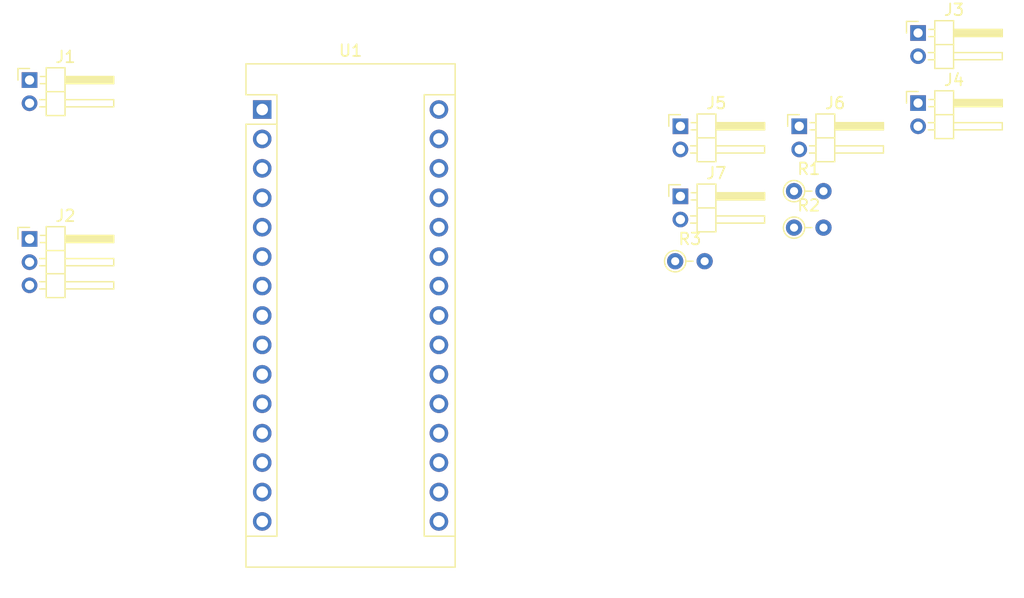
<source format=kicad_pcb>
(kicad_pcb (version 20171130) (host pcbnew "(5.1.6)-1")

  (general
    (thickness 1.6)
    (drawings 0)
    (tracks 0)
    (zones 0)
    (modules 11)
    (nets 35)
  )

  (page A4)
  (layers
    (0 F.Cu signal)
    (31 B.Cu signal)
    (32 B.Adhes user)
    (33 F.Adhes user)
    (34 B.Paste user)
    (35 F.Paste user)
    (36 B.SilkS user)
    (37 F.SilkS user)
    (38 B.Mask user)
    (39 F.Mask user)
    (40 Dwgs.User user)
    (41 Cmts.User user)
    (42 Eco1.User user)
    (43 Eco2.User user)
    (44 Edge.Cuts user)
    (45 Margin user)
    (46 B.CrtYd user)
    (47 F.CrtYd user)
    (48 B.Fab user)
    (49 F.Fab user)
  )

  (setup
    (last_trace_width 0.25)
    (trace_clearance 0.2)
    (zone_clearance 0.508)
    (zone_45_only no)
    (trace_min 0.2)
    (via_size 0.8)
    (via_drill 0.4)
    (via_min_size 0.4)
    (via_min_drill 0.3)
    (uvia_size 0.3)
    (uvia_drill 0.1)
    (uvias_allowed no)
    (uvia_min_size 0.2)
    (uvia_min_drill 0.1)
    (edge_width 0.05)
    (segment_width 0.2)
    (pcb_text_width 0.3)
    (pcb_text_size 1.5 1.5)
    (mod_edge_width 0.12)
    (mod_text_size 1 1)
    (mod_text_width 0.15)
    (pad_size 1.524 1.524)
    (pad_drill 0.762)
    (pad_to_mask_clearance 0.05)
    (aux_axis_origin 0 0)
    (visible_elements FFFFFF7F)
    (pcbplotparams
      (layerselection 0x010fc_ffffffff)
      (usegerberextensions false)
      (usegerberattributes true)
      (usegerberadvancedattributes true)
      (creategerberjobfile true)
      (excludeedgelayer true)
      (linewidth 0.100000)
      (plotframeref false)
      (viasonmask false)
      (mode 1)
      (useauxorigin false)
      (hpglpennumber 1)
      (hpglpenspeed 20)
      (hpglpendiameter 15.000000)
      (psnegative false)
      (psa4output false)
      (plotreference true)
      (plotvalue true)
      (plotinvisibletext false)
      (padsonsilk false)
      (subtractmaskfromsilk false)
      (outputformat 1)
      (mirror false)
      (drillshape 1)
      (scaleselection 1)
      (outputdirectory ""))
  )

  (net 0 "")
  (net 1 "Net-(J1-Pad2)")
  (net 2 "Net-(J1-Pad1)")
  (net 3 "Net-(J3-Pad1)")
  (net 4 "Net-(J4-Pad1)")
  (net 5 "Net-(J5-Pad2)")
  (net 6 "Net-(J5-Pad1)")
  (net 7 "Net-(J6-Pad1)")
  (net 8 "Net-(J7-Pad1)")
  (net 9 "Net-(R1-Pad1)")
  (net 10 "Net-(R3-Pad2)")
  (net 11 "Net-(U1-Pad16)")
  (net 12 "Net-(U1-Pad14)")
  (net 13 "Net-(U1-Pad29)")
  (net 14 "Net-(U1-Pad13)")
  (net 15 "Net-(U1-Pad28)")
  (net 16 "Net-(U1-Pad12)")
  (net 17 "Net-(U1-Pad27)")
  (net 18 "Net-(U1-Pad11)")
  (net 19 "Net-(U1-Pad26)")
  (net 20 "Net-(U1-Pad10)")
  (net 21 "Net-(U1-Pad25)")
  (net 22 "Net-(J2-PadT)")
  (net 23 "Net-(J2-PadR)")
  (net 24 "Net-(U1-Pad7)")
  (net 25 "Net-(U1-Pad22)")
  (net 26 "Net-(U1-Pad21)")
  (net 27 "Net-(U1-Pad5)")
  (net 28 "Net-(U1-Pad20)")
  (net 29 "Net-(U1-Pad19)")
  (net 30 "Net-(U1-Pad3)")
  (net 31 "Net-(U1-Pad18)")
  (net 32 "Net-(U1-Pad2)")
  (net 33 "Net-(U1-Pad17)")
  (net 34 "Net-(U1-Pad1)")

  (net_class Default "This is the default net class."
    (clearance 0.2)
    (trace_width 0.25)
    (via_dia 0.8)
    (via_drill 0.4)
    (uvia_dia 0.3)
    (uvia_drill 0.1)
    (add_net "Net-(J1-Pad1)")
    (add_net "Net-(J1-Pad2)")
    (add_net "Net-(J2-PadR)")
    (add_net "Net-(J2-PadT)")
    (add_net "Net-(J3-Pad1)")
    (add_net "Net-(J4-Pad1)")
    (add_net "Net-(J5-Pad1)")
    (add_net "Net-(J5-Pad2)")
    (add_net "Net-(J6-Pad1)")
    (add_net "Net-(J7-Pad1)")
    (add_net "Net-(R1-Pad1)")
    (add_net "Net-(R3-Pad2)")
    (add_net "Net-(U1-Pad1)")
    (add_net "Net-(U1-Pad10)")
    (add_net "Net-(U1-Pad11)")
    (add_net "Net-(U1-Pad12)")
    (add_net "Net-(U1-Pad13)")
    (add_net "Net-(U1-Pad14)")
    (add_net "Net-(U1-Pad16)")
    (add_net "Net-(U1-Pad17)")
    (add_net "Net-(U1-Pad18)")
    (add_net "Net-(U1-Pad19)")
    (add_net "Net-(U1-Pad2)")
    (add_net "Net-(U1-Pad20)")
    (add_net "Net-(U1-Pad21)")
    (add_net "Net-(U1-Pad22)")
    (add_net "Net-(U1-Pad25)")
    (add_net "Net-(U1-Pad26)")
    (add_net "Net-(U1-Pad27)")
    (add_net "Net-(U1-Pad28)")
    (add_net "Net-(U1-Pad29)")
    (add_net "Net-(U1-Pad3)")
    (add_net "Net-(U1-Pad5)")
    (add_net "Net-(U1-Pad7)")
  )

  (module Module:Arduino_Nano (layer F.Cu) (tedit 58ACAF70) (tstamp 61E895BC)
    (at 107.442 74.676)
    (descr "Arduino Nano, http://www.mouser.com/pdfdocs/Gravitech_Arduino_Nano3_0.pdf")
    (tags "Arduino Nano")
    (path /61E88977)
    (fp_text reference U1 (at 7.62 -5.08) (layer F.SilkS)
      (effects (font (size 1 1) (thickness 0.15)))
    )
    (fp_text value Arduino_Nano_v3.x (at 8.89 19.05 90) (layer F.Fab)
      (effects (font (size 1 1) (thickness 0.15)))
    )
    (fp_text user %R (at 6.35 19.05 90) (layer F.Fab)
      (effects (font (size 1 1) (thickness 0.15)))
    )
    (fp_line (start 1.27 1.27) (end 1.27 -1.27) (layer F.SilkS) (width 0.12))
    (fp_line (start 1.27 -1.27) (end -1.4 -1.27) (layer F.SilkS) (width 0.12))
    (fp_line (start -1.4 1.27) (end -1.4 39.5) (layer F.SilkS) (width 0.12))
    (fp_line (start -1.4 -3.94) (end -1.4 -1.27) (layer F.SilkS) (width 0.12))
    (fp_line (start 13.97 -1.27) (end 16.64 -1.27) (layer F.SilkS) (width 0.12))
    (fp_line (start 13.97 -1.27) (end 13.97 36.83) (layer F.SilkS) (width 0.12))
    (fp_line (start 13.97 36.83) (end 16.64 36.83) (layer F.SilkS) (width 0.12))
    (fp_line (start 1.27 1.27) (end -1.4 1.27) (layer F.SilkS) (width 0.12))
    (fp_line (start 1.27 1.27) (end 1.27 36.83) (layer F.SilkS) (width 0.12))
    (fp_line (start 1.27 36.83) (end -1.4 36.83) (layer F.SilkS) (width 0.12))
    (fp_line (start 3.81 31.75) (end 11.43 31.75) (layer F.Fab) (width 0.1))
    (fp_line (start 11.43 31.75) (end 11.43 41.91) (layer F.Fab) (width 0.1))
    (fp_line (start 11.43 41.91) (end 3.81 41.91) (layer F.Fab) (width 0.1))
    (fp_line (start 3.81 41.91) (end 3.81 31.75) (layer F.Fab) (width 0.1))
    (fp_line (start -1.4 39.5) (end 16.64 39.5) (layer F.SilkS) (width 0.12))
    (fp_line (start 16.64 39.5) (end 16.64 -3.94) (layer F.SilkS) (width 0.12))
    (fp_line (start 16.64 -3.94) (end -1.4 -3.94) (layer F.SilkS) (width 0.12))
    (fp_line (start 16.51 39.37) (end -1.27 39.37) (layer F.Fab) (width 0.1))
    (fp_line (start -1.27 39.37) (end -1.27 -2.54) (layer F.Fab) (width 0.1))
    (fp_line (start -1.27 -2.54) (end 0 -3.81) (layer F.Fab) (width 0.1))
    (fp_line (start 0 -3.81) (end 16.51 -3.81) (layer F.Fab) (width 0.1))
    (fp_line (start 16.51 -3.81) (end 16.51 39.37) (layer F.Fab) (width 0.1))
    (fp_line (start -1.53 -4.06) (end 16.75 -4.06) (layer F.CrtYd) (width 0.05))
    (fp_line (start -1.53 -4.06) (end -1.53 42.16) (layer F.CrtYd) (width 0.05))
    (fp_line (start 16.75 42.16) (end 16.75 -4.06) (layer F.CrtYd) (width 0.05))
    (fp_line (start 16.75 42.16) (end -1.53 42.16) (layer F.CrtYd) (width 0.05))
    (pad 16 thru_hole oval (at 15.24 35.56) (size 1.6 1.6) (drill 1) (layers *.Cu *.Mask)
      (net 11 "Net-(U1-Pad16)"))
    (pad 15 thru_hole oval (at 0 35.56) (size 1.6 1.6) (drill 1) (layers *.Cu *.Mask)
      (net 3 "Net-(J3-Pad1)"))
    (pad 30 thru_hole oval (at 15.24 0) (size 1.6 1.6) (drill 1) (layers *.Cu *.Mask)
      (net 10 "Net-(R3-Pad2)"))
    (pad 14 thru_hole oval (at 0 33.02) (size 1.6 1.6) (drill 1) (layers *.Cu *.Mask)
      (net 12 "Net-(U1-Pad14)"))
    (pad 29 thru_hole oval (at 15.24 2.54) (size 1.6 1.6) (drill 1) (layers *.Cu *.Mask)
      (net 13 "Net-(U1-Pad29)"))
    (pad 13 thru_hole oval (at 0 30.48) (size 1.6 1.6) (drill 1) (layers *.Cu *.Mask)
      (net 14 "Net-(U1-Pad13)"))
    (pad 28 thru_hole oval (at 15.24 5.08) (size 1.6 1.6) (drill 1) (layers *.Cu *.Mask)
      (net 15 "Net-(U1-Pad28)"))
    (pad 12 thru_hole oval (at 0 27.94) (size 1.6 1.6) (drill 1) (layers *.Cu *.Mask)
      (net 16 "Net-(U1-Pad12)"))
    (pad 27 thru_hole oval (at 15.24 7.62) (size 1.6 1.6) (drill 1) (layers *.Cu *.Mask)
      (net 17 "Net-(U1-Pad27)"))
    (pad 11 thru_hole oval (at 0 25.4) (size 1.6 1.6) (drill 1) (layers *.Cu *.Mask)
      (net 18 "Net-(U1-Pad11)"))
    (pad 26 thru_hole oval (at 15.24 10.16) (size 1.6 1.6) (drill 1) (layers *.Cu *.Mask)
      (net 19 "Net-(U1-Pad26)"))
    (pad 10 thru_hole oval (at 0 22.86) (size 1.6 1.6) (drill 1) (layers *.Cu *.Mask)
      (net 20 "Net-(U1-Pad10)"))
    (pad 25 thru_hole oval (at 15.24 12.7) (size 1.6 1.6) (drill 1) (layers *.Cu *.Mask)
      (net 21 "Net-(U1-Pad25)"))
    (pad 9 thru_hole oval (at 0 20.32) (size 1.6 1.6) (drill 1) (layers *.Cu *.Mask)
      (net 22 "Net-(J2-PadT)"))
    (pad 24 thru_hole oval (at 15.24 15.24) (size 1.6 1.6) (drill 1) (layers *.Cu *.Mask)
      (net 5 "Net-(J5-Pad2)"))
    (pad 8 thru_hole oval (at 0 17.78) (size 1.6 1.6) (drill 1) (layers *.Cu *.Mask)
      (net 23 "Net-(J2-PadR)"))
    (pad 23 thru_hole oval (at 15.24 17.78) (size 1.6 1.6) (drill 1) (layers *.Cu *.Mask)
      (net 6 "Net-(J5-Pad1)"))
    (pad 7 thru_hole oval (at 0 15.24) (size 1.6 1.6) (drill 1) (layers *.Cu *.Mask)
      (net 24 "Net-(U1-Pad7)"))
    (pad 22 thru_hole oval (at 15.24 20.32) (size 1.6 1.6) (drill 1) (layers *.Cu *.Mask)
      (net 25 "Net-(U1-Pad22)"))
    (pad 6 thru_hole oval (at 0 12.7) (size 1.6 1.6) (drill 1) (layers *.Cu *.Mask)
      (net 9 "Net-(R1-Pad1)"))
    (pad 21 thru_hole oval (at 15.24 22.86) (size 1.6 1.6) (drill 1) (layers *.Cu *.Mask)
      (net 26 "Net-(U1-Pad21)"))
    (pad 5 thru_hole oval (at 0 10.16) (size 1.6 1.6) (drill 1) (layers *.Cu *.Mask)
      (net 27 "Net-(U1-Pad5)"))
    (pad 20 thru_hole oval (at 15.24 25.4) (size 1.6 1.6) (drill 1) (layers *.Cu *.Mask)
      (net 28 "Net-(U1-Pad20)"))
    (pad 4 thru_hole oval (at 0 7.62) (size 1.6 1.6) (drill 1) (layers *.Cu *.Mask)
      (net 1 "Net-(J1-Pad2)"))
    (pad 19 thru_hole oval (at 15.24 27.94) (size 1.6 1.6) (drill 1) (layers *.Cu *.Mask)
      (net 29 "Net-(U1-Pad19)"))
    (pad 3 thru_hole oval (at 0 5.08) (size 1.6 1.6) (drill 1) (layers *.Cu *.Mask)
      (net 30 "Net-(U1-Pad3)"))
    (pad 18 thru_hole oval (at 15.24 30.48) (size 1.6 1.6) (drill 1) (layers *.Cu *.Mask)
      (net 31 "Net-(U1-Pad18)"))
    (pad 2 thru_hole oval (at 0 2.54) (size 1.6 1.6) (drill 1) (layers *.Cu *.Mask)
      (net 32 "Net-(U1-Pad2)"))
    (pad 17 thru_hole oval (at 15.24 33.02) (size 1.6 1.6) (drill 1) (layers *.Cu *.Mask)
      (net 33 "Net-(U1-Pad17)"))
    (pad 1 thru_hole rect (at 0 0) (size 1.6 1.6) (drill 1) (layers *.Cu *.Mask)
      (net 34 "Net-(U1-Pad1)"))
    (model ${KISYS3DMOD}/Module.3dshapes/Arduino_Nano_WithMountingHoles.wrl
      (at (xyz 0 0 0))
      (scale (xyz 1 1 1))
      (rotate (xyz 0 0 0))
    )
  )

  (module Resistor_THT:R_Axial_DIN0204_L3.6mm_D1.6mm_P2.54mm_Vertical (layer F.Cu) (tedit 5AE5139B) (tstamp 61E8957F)
    (at 143.06 87.772)
    (descr "Resistor, Axial_DIN0204 series, Axial, Vertical, pin pitch=2.54mm, 0.167W, length*diameter=3.6*1.6mm^2, http://cdn-reichelt.de/documents/datenblatt/B400/1_4W%23YAG.pdf")
    (tags "Resistor Axial_DIN0204 series Axial Vertical pin pitch 2.54mm 0.167W length 3.6mm diameter 1.6mm")
    (path /61E97397)
    (fp_text reference R3 (at 1.27 -1.92) (layer F.SilkS)
      (effects (font (size 1 1) (thickness 0.15)))
    )
    (fp_text value 220 (at 1.27 1.92) (layer F.Fab)
      (effects (font (size 1 1) (thickness 0.15)))
    )
    (fp_text user %R (at 1.27 -1.92) (layer F.Fab)
      (effects (font (size 1 1) (thickness 0.15)))
    )
    (fp_circle (center 0 0) (end 0.8 0) (layer F.Fab) (width 0.1))
    (fp_circle (center 0 0) (end 0.92 0) (layer F.SilkS) (width 0.12))
    (fp_line (start 0 0) (end 2.54 0) (layer F.Fab) (width 0.1))
    (fp_line (start 0.92 0) (end 1.54 0) (layer F.SilkS) (width 0.12))
    (fp_line (start -1.05 -1.05) (end -1.05 1.05) (layer F.CrtYd) (width 0.05))
    (fp_line (start -1.05 1.05) (end 3.49 1.05) (layer F.CrtYd) (width 0.05))
    (fp_line (start 3.49 1.05) (end 3.49 -1.05) (layer F.CrtYd) (width 0.05))
    (fp_line (start 3.49 -1.05) (end -1.05 -1.05) (layer F.CrtYd) (width 0.05))
    (pad 2 thru_hole oval (at 2.54 0) (size 1.4 1.4) (drill 0.7) (layers *.Cu *.Mask)
      (net 10 "Net-(R3-Pad2)"))
    (pad 1 thru_hole circle (at 0 0) (size 1.4 1.4) (drill 0.7) (layers *.Cu *.Mask)
      (net 8 "Net-(J7-Pad1)"))
    (model ${KISYS3DMOD}/Resistor_THT.3dshapes/R_Axial_DIN0204_L3.6mm_D1.6mm_P2.54mm_Vertical.wrl
      (at (xyz 0 0 0))
      (scale (xyz 1 1 1))
      (rotate (xyz 0 0 0))
    )
  )

  (module Resistor_THT:R_Axial_DIN0204_L3.6mm_D1.6mm_P2.54mm_Vertical (layer F.Cu) (tedit 5AE5139B) (tstamp 61E89570)
    (at 153.31 84.872)
    (descr "Resistor, Axial_DIN0204 series, Axial, Vertical, pin pitch=2.54mm, 0.167W, length*diameter=3.6*1.6mm^2, http://cdn-reichelt.de/documents/datenblatt/B400/1_4W%23YAG.pdf")
    (tags "Resistor Axial_DIN0204 series Axial Vertical pin pitch 2.54mm 0.167W length 3.6mm diameter 1.6mm")
    (path /61E90ECB)
    (fp_text reference R2 (at 1.27 -1.92) (layer F.SilkS)
      (effects (font (size 1 1) (thickness 0.15)))
    )
    (fp_text value 220 (at 1.27 1.92) (layer F.Fab)
      (effects (font (size 1 1) (thickness 0.15)))
    )
    (fp_text user %R (at 1.27 -1.92) (layer F.Fab)
      (effects (font (size 1 1) (thickness 0.15)))
    )
    (fp_circle (center 0 0) (end 0.8 0) (layer F.Fab) (width 0.1))
    (fp_circle (center 0 0) (end 0.92 0) (layer F.SilkS) (width 0.12))
    (fp_line (start 0 0) (end 2.54 0) (layer F.Fab) (width 0.1))
    (fp_line (start 0.92 0) (end 1.54 0) (layer F.SilkS) (width 0.12))
    (fp_line (start -1.05 -1.05) (end -1.05 1.05) (layer F.CrtYd) (width 0.05))
    (fp_line (start -1.05 1.05) (end 3.49 1.05) (layer F.CrtYd) (width 0.05))
    (fp_line (start 3.49 1.05) (end 3.49 -1.05) (layer F.CrtYd) (width 0.05))
    (fp_line (start 3.49 -1.05) (end -1.05 -1.05) (layer F.CrtYd) (width 0.05))
    (pad 2 thru_hole oval (at 2.54 0) (size 1.4 1.4) (drill 0.7) (layers *.Cu *.Mask)
      (net 4 "Net-(J4-Pad1)"))
    (pad 1 thru_hole circle (at 0 0) (size 1.4 1.4) (drill 0.7) (layers *.Cu *.Mask)
      (net 3 "Net-(J3-Pad1)"))
    (model ${KISYS3DMOD}/Resistor_THT.3dshapes/R_Axial_DIN0204_L3.6mm_D1.6mm_P2.54mm_Vertical.wrl
      (at (xyz 0 0 0))
      (scale (xyz 1 1 1))
      (rotate (xyz 0 0 0))
    )
  )

  (module Resistor_THT:R_Axial_DIN0204_L3.6mm_D1.6mm_P2.54mm_Vertical (layer F.Cu) (tedit 5AE5139B) (tstamp 61E89561)
    (at 153.31 81.722)
    (descr "Resistor, Axial_DIN0204 series, Axial, Vertical, pin pitch=2.54mm, 0.167W, length*diameter=3.6*1.6mm^2, http://cdn-reichelt.de/documents/datenblatt/B400/1_4W%23YAG.pdf")
    (tags "Resistor Axial_DIN0204 series Axial Vertical pin pitch 2.54mm 0.167W length 3.6mm diameter 1.6mm")
    (path /61E913FF)
    (fp_text reference R1 (at 1.27 -1.92) (layer F.SilkS)
      (effects (font (size 1 1) (thickness 0.15)))
    )
    (fp_text value 220 (at 1.27 1.92) (layer F.Fab)
      (effects (font (size 1 1) (thickness 0.15)))
    )
    (fp_text user %R (at 1.27 -1.92) (layer F.Fab)
      (effects (font (size 1 1) (thickness 0.15)))
    )
    (fp_circle (center 0 0) (end 0.8 0) (layer F.Fab) (width 0.1))
    (fp_circle (center 0 0) (end 0.92 0) (layer F.SilkS) (width 0.12))
    (fp_line (start 0 0) (end 2.54 0) (layer F.Fab) (width 0.1))
    (fp_line (start 0.92 0) (end 1.54 0) (layer F.SilkS) (width 0.12))
    (fp_line (start -1.05 -1.05) (end -1.05 1.05) (layer F.CrtYd) (width 0.05))
    (fp_line (start -1.05 1.05) (end 3.49 1.05) (layer F.CrtYd) (width 0.05))
    (fp_line (start 3.49 1.05) (end 3.49 -1.05) (layer F.CrtYd) (width 0.05))
    (fp_line (start 3.49 -1.05) (end -1.05 -1.05) (layer F.CrtYd) (width 0.05))
    (pad 2 thru_hole oval (at 2.54 0) (size 1.4 1.4) (drill 0.7) (layers *.Cu *.Mask)
      (net 2 "Net-(J1-Pad1)"))
    (pad 1 thru_hole circle (at 0 0) (size 1.4 1.4) (drill 0.7) (layers *.Cu *.Mask)
      (net 9 "Net-(R1-Pad1)"))
    (model ${KISYS3DMOD}/Resistor_THT.3dshapes/R_Axial_DIN0204_L3.6mm_D1.6mm_P2.54mm_Vertical.wrl
      (at (xyz 0 0 0))
      (scale (xyz 1 1 1))
      (rotate (xyz 0 0 0))
    )
  )

  (module Connector_PinHeader_2.00mm:PinHeader_1x02_P2.00mm_Horizontal (layer F.Cu) (tedit 59FED667) (tstamp 61E89552)
    (at 143.51 82.172)
    (descr "Through hole angled pin header, 1x02, 2.00mm pitch, 4.2mm pin length, single row")
    (tags "Through hole angled pin header THT 1x02 2.00mm single row")
    (path /61E968FD)
    (fp_text reference J7 (at 3.1 -2) (layer F.SilkS)
      (effects (font (size 1 1) (thickness 0.15)))
    )
    (fp_text value "PWR LED" (at 3.1 4) (layer F.Fab)
      (effects (font (size 1 1) (thickness 0.15)))
    )
    (fp_text user %R (at 2.25 1 90) (layer F.Fab)
      (effects (font (size 0.9 0.9) (thickness 0.135)))
    )
    (fp_line (start 1.875 -1) (end 3 -1) (layer F.Fab) (width 0.1))
    (fp_line (start 3 -1) (end 3 3) (layer F.Fab) (width 0.1))
    (fp_line (start 3 3) (end 1.5 3) (layer F.Fab) (width 0.1))
    (fp_line (start 1.5 3) (end 1.5 -0.625) (layer F.Fab) (width 0.1))
    (fp_line (start 1.5 -0.625) (end 1.875 -1) (layer F.Fab) (width 0.1))
    (fp_line (start -0.25 -0.25) (end 1.5 -0.25) (layer F.Fab) (width 0.1))
    (fp_line (start -0.25 -0.25) (end -0.25 0.25) (layer F.Fab) (width 0.1))
    (fp_line (start -0.25 0.25) (end 1.5 0.25) (layer F.Fab) (width 0.1))
    (fp_line (start 3 -0.25) (end 7.2 -0.25) (layer F.Fab) (width 0.1))
    (fp_line (start 7.2 -0.25) (end 7.2 0.25) (layer F.Fab) (width 0.1))
    (fp_line (start 3 0.25) (end 7.2 0.25) (layer F.Fab) (width 0.1))
    (fp_line (start -0.25 1.75) (end 1.5 1.75) (layer F.Fab) (width 0.1))
    (fp_line (start -0.25 1.75) (end -0.25 2.25) (layer F.Fab) (width 0.1))
    (fp_line (start -0.25 2.25) (end 1.5 2.25) (layer F.Fab) (width 0.1))
    (fp_line (start 3 1.75) (end 7.2 1.75) (layer F.Fab) (width 0.1))
    (fp_line (start 7.2 1.75) (end 7.2 2.25) (layer F.Fab) (width 0.1))
    (fp_line (start 3 2.25) (end 7.2 2.25) (layer F.Fab) (width 0.1))
    (fp_line (start 1.44 -1.06) (end 1.44 3.06) (layer F.SilkS) (width 0.12))
    (fp_line (start 1.44 3.06) (end 3.06 3.06) (layer F.SilkS) (width 0.12))
    (fp_line (start 3.06 3.06) (end 3.06 -1.06) (layer F.SilkS) (width 0.12))
    (fp_line (start 3.06 -1.06) (end 1.44 -1.06) (layer F.SilkS) (width 0.12))
    (fp_line (start 3.06 -0.31) (end 7.26 -0.31) (layer F.SilkS) (width 0.12))
    (fp_line (start 7.26 -0.31) (end 7.26 0.31) (layer F.SilkS) (width 0.12))
    (fp_line (start 7.26 0.31) (end 3.06 0.31) (layer F.SilkS) (width 0.12))
    (fp_line (start 3.06 -0.25) (end 7.26 -0.25) (layer F.SilkS) (width 0.12))
    (fp_line (start 3.06 -0.13) (end 7.26 -0.13) (layer F.SilkS) (width 0.12))
    (fp_line (start 3.06 -0.01) (end 7.26 -0.01) (layer F.SilkS) (width 0.12))
    (fp_line (start 3.06 0.11) (end 7.26 0.11) (layer F.SilkS) (width 0.12))
    (fp_line (start 3.06 0.23) (end 7.26 0.23) (layer F.SilkS) (width 0.12))
    (fp_line (start 0.935 -0.31) (end 1.44 -0.31) (layer F.SilkS) (width 0.12))
    (fp_line (start 0.935 0.31) (end 1.44 0.31) (layer F.SilkS) (width 0.12))
    (fp_line (start 1.44 1) (end 3.06 1) (layer F.SilkS) (width 0.12))
    (fp_line (start 3.06 1.69) (end 7.26 1.69) (layer F.SilkS) (width 0.12))
    (fp_line (start 7.26 1.69) (end 7.26 2.31) (layer F.SilkS) (width 0.12))
    (fp_line (start 7.26 2.31) (end 3.06 2.31) (layer F.SilkS) (width 0.12))
    (fp_line (start 0.882114 1.69) (end 1.44 1.69) (layer F.SilkS) (width 0.12))
    (fp_line (start 0.882114 2.31) (end 1.44 2.31) (layer F.SilkS) (width 0.12))
    (fp_line (start -1 0) (end -1 -1) (layer F.SilkS) (width 0.12))
    (fp_line (start -1 -1) (end 0 -1) (layer F.SilkS) (width 0.12))
    (fp_line (start -1.5 -1.5) (end -1.5 3.5) (layer F.CrtYd) (width 0.05))
    (fp_line (start -1.5 3.5) (end 7.7 3.5) (layer F.CrtYd) (width 0.05))
    (fp_line (start 7.7 3.5) (end 7.7 -1.5) (layer F.CrtYd) (width 0.05))
    (fp_line (start 7.7 -1.5) (end -1.5 -1.5) (layer F.CrtYd) (width 0.05))
    (pad 2 thru_hole oval (at 0 2) (size 1.35 1.35) (drill 0.8) (layers *.Cu *.Mask)
      (net 1 "Net-(J1-Pad2)"))
    (pad 1 thru_hole rect (at 0 0) (size 1.35 1.35) (drill 0.8) (layers *.Cu *.Mask)
      (net 8 "Net-(J7-Pad1)"))
    (model ${KISYS3DMOD}/Connector_PinHeader_2.00mm.3dshapes/PinHeader_1x02_P2.00mm_Horizontal.wrl
      (at (xyz 0 0 0))
      (scale (xyz 1 1 1))
      (rotate (xyz 0 0 0))
    )
  )

  (module Connector_PinHeader_2.00mm:PinHeader_1x02_P2.00mm_Horizontal (layer F.Cu) (tedit 59FED667) (tstamp 61E89520)
    (at 153.76 76.122)
    (descr "Through hole angled pin header, 1x02, 2.00mm pitch, 4.2mm pin length, single row")
    (tags "Through hole angled pin header THT 1x02 2.00mm single row")
    (path /61E93FC1)
    (fp_text reference J6 (at 3.1 -2) (layer F.SilkS)
      (effects (font (size 1 1) (thickness 0.15)))
    )
    (fp_text value VIN (at 3.1 4) (layer F.Fab)
      (effects (font (size 1 1) (thickness 0.15)))
    )
    (fp_text user %R (at 2.25 1 90) (layer F.Fab)
      (effects (font (size 0.9 0.9) (thickness 0.135)))
    )
    (fp_line (start 1.875 -1) (end 3 -1) (layer F.Fab) (width 0.1))
    (fp_line (start 3 -1) (end 3 3) (layer F.Fab) (width 0.1))
    (fp_line (start 3 3) (end 1.5 3) (layer F.Fab) (width 0.1))
    (fp_line (start 1.5 3) (end 1.5 -0.625) (layer F.Fab) (width 0.1))
    (fp_line (start 1.5 -0.625) (end 1.875 -1) (layer F.Fab) (width 0.1))
    (fp_line (start -0.25 -0.25) (end 1.5 -0.25) (layer F.Fab) (width 0.1))
    (fp_line (start -0.25 -0.25) (end -0.25 0.25) (layer F.Fab) (width 0.1))
    (fp_line (start -0.25 0.25) (end 1.5 0.25) (layer F.Fab) (width 0.1))
    (fp_line (start 3 -0.25) (end 7.2 -0.25) (layer F.Fab) (width 0.1))
    (fp_line (start 7.2 -0.25) (end 7.2 0.25) (layer F.Fab) (width 0.1))
    (fp_line (start 3 0.25) (end 7.2 0.25) (layer F.Fab) (width 0.1))
    (fp_line (start -0.25 1.75) (end 1.5 1.75) (layer F.Fab) (width 0.1))
    (fp_line (start -0.25 1.75) (end -0.25 2.25) (layer F.Fab) (width 0.1))
    (fp_line (start -0.25 2.25) (end 1.5 2.25) (layer F.Fab) (width 0.1))
    (fp_line (start 3 1.75) (end 7.2 1.75) (layer F.Fab) (width 0.1))
    (fp_line (start 7.2 1.75) (end 7.2 2.25) (layer F.Fab) (width 0.1))
    (fp_line (start 3 2.25) (end 7.2 2.25) (layer F.Fab) (width 0.1))
    (fp_line (start 1.44 -1.06) (end 1.44 3.06) (layer F.SilkS) (width 0.12))
    (fp_line (start 1.44 3.06) (end 3.06 3.06) (layer F.SilkS) (width 0.12))
    (fp_line (start 3.06 3.06) (end 3.06 -1.06) (layer F.SilkS) (width 0.12))
    (fp_line (start 3.06 -1.06) (end 1.44 -1.06) (layer F.SilkS) (width 0.12))
    (fp_line (start 3.06 -0.31) (end 7.26 -0.31) (layer F.SilkS) (width 0.12))
    (fp_line (start 7.26 -0.31) (end 7.26 0.31) (layer F.SilkS) (width 0.12))
    (fp_line (start 7.26 0.31) (end 3.06 0.31) (layer F.SilkS) (width 0.12))
    (fp_line (start 3.06 -0.25) (end 7.26 -0.25) (layer F.SilkS) (width 0.12))
    (fp_line (start 3.06 -0.13) (end 7.26 -0.13) (layer F.SilkS) (width 0.12))
    (fp_line (start 3.06 -0.01) (end 7.26 -0.01) (layer F.SilkS) (width 0.12))
    (fp_line (start 3.06 0.11) (end 7.26 0.11) (layer F.SilkS) (width 0.12))
    (fp_line (start 3.06 0.23) (end 7.26 0.23) (layer F.SilkS) (width 0.12))
    (fp_line (start 0.935 -0.31) (end 1.44 -0.31) (layer F.SilkS) (width 0.12))
    (fp_line (start 0.935 0.31) (end 1.44 0.31) (layer F.SilkS) (width 0.12))
    (fp_line (start 1.44 1) (end 3.06 1) (layer F.SilkS) (width 0.12))
    (fp_line (start 3.06 1.69) (end 7.26 1.69) (layer F.SilkS) (width 0.12))
    (fp_line (start 7.26 1.69) (end 7.26 2.31) (layer F.SilkS) (width 0.12))
    (fp_line (start 7.26 2.31) (end 3.06 2.31) (layer F.SilkS) (width 0.12))
    (fp_line (start 0.882114 1.69) (end 1.44 1.69) (layer F.SilkS) (width 0.12))
    (fp_line (start 0.882114 2.31) (end 1.44 2.31) (layer F.SilkS) (width 0.12))
    (fp_line (start -1 0) (end -1 -1) (layer F.SilkS) (width 0.12))
    (fp_line (start -1 -1) (end 0 -1) (layer F.SilkS) (width 0.12))
    (fp_line (start -1.5 -1.5) (end -1.5 3.5) (layer F.CrtYd) (width 0.05))
    (fp_line (start -1.5 3.5) (end 7.7 3.5) (layer F.CrtYd) (width 0.05))
    (fp_line (start 7.7 3.5) (end 7.7 -1.5) (layer F.CrtYd) (width 0.05))
    (fp_line (start 7.7 -1.5) (end -1.5 -1.5) (layer F.CrtYd) (width 0.05))
    (pad 2 thru_hole oval (at 0 2) (size 1.35 1.35) (drill 0.8) (layers *.Cu *.Mask)
      (net 1 "Net-(J1-Pad2)"))
    (pad 1 thru_hole rect (at 0 0) (size 1.35 1.35) (drill 0.8) (layers *.Cu *.Mask)
      (net 7 "Net-(J6-Pad1)"))
    (model ${KISYS3DMOD}/Connector_PinHeader_2.00mm.3dshapes/PinHeader_1x02_P2.00mm_Horizontal.wrl
      (at (xyz 0 0 0))
      (scale (xyz 1 1 1))
      (rotate (xyz 0 0 0))
    )
  )

  (module Connector_PinHeader_2.00mm:PinHeader_1x02_P2.00mm_Horizontal (layer F.Cu) (tedit 59FED667) (tstamp 61E894EE)
    (at 143.51 76.122)
    (descr "Through hole angled pin header, 1x02, 2.00mm pitch, 4.2mm pin length, single row")
    (tags "Through hole angled pin header THT 1x02 2.00mm single row")
    (path /61E92DCD)
    (fp_text reference J5 (at 3.1 -2) (layer F.SilkS)
      (effects (font (size 1 1) (thickness 0.15)))
    )
    (fp_text value "I2C Bus" (at 3.1 4) (layer F.Fab)
      (effects (font (size 1 1) (thickness 0.15)))
    )
    (fp_text user %R (at 2.25 1 90) (layer F.Fab)
      (effects (font (size 0.9 0.9) (thickness 0.135)))
    )
    (fp_line (start 1.875 -1) (end 3 -1) (layer F.Fab) (width 0.1))
    (fp_line (start 3 -1) (end 3 3) (layer F.Fab) (width 0.1))
    (fp_line (start 3 3) (end 1.5 3) (layer F.Fab) (width 0.1))
    (fp_line (start 1.5 3) (end 1.5 -0.625) (layer F.Fab) (width 0.1))
    (fp_line (start 1.5 -0.625) (end 1.875 -1) (layer F.Fab) (width 0.1))
    (fp_line (start -0.25 -0.25) (end 1.5 -0.25) (layer F.Fab) (width 0.1))
    (fp_line (start -0.25 -0.25) (end -0.25 0.25) (layer F.Fab) (width 0.1))
    (fp_line (start -0.25 0.25) (end 1.5 0.25) (layer F.Fab) (width 0.1))
    (fp_line (start 3 -0.25) (end 7.2 -0.25) (layer F.Fab) (width 0.1))
    (fp_line (start 7.2 -0.25) (end 7.2 0.25) (layer F.Fab) (width 0.1))
    (fp_line (start 3 0.25) (end 7.2 0.25) (layer F.Fab) (width 0.1))
    (fp_line (start -0.25 1.75) (end 1.5 1.75) (layer F.Fab) (width 0.1))
    (fp_line (start -0.25 1.75) (end -0.25 2.25) (layer F.Fab) (width 0.1))
    (fp_line (start -0.25 2.25) (end 1.5 2.25) (layer F.Fab) (width 0.1))
    (fp_line (start 3 1.75) (end 7.2 1.75) (layer F.Fab) (width 0.1))
    (fp_line (start 7.2 1.75) (end 7.2 2.25) (layer F.Fab) (width 0.1))
    (fp_line (start 3 2.25) (end 7.2 2.25) (layer F.Fab) (width 0.1))
    (fp_line (start 1.44 -1.06) (end 1.44 3.06) (layer F.SilkS) (width 0.12))
    (fp_line (start 1.44 3.06) (end 3.06 3.06) (layer F.SilkS) (width 0.12))
    (fp_line (start 3.06 3.06) (end 3.06 -1.06) (layer F.SilkS) (width 0.12))
    (fp_line (start 3.06 -1.06) (end 1.44 -1.06) (layer F.SilkS) (width 0.12))
    (fp_line (start 3.06 -0.31) (end 7.26 -0.31) (layer F.SilkS) (width 0.12))
    (fp_line (start 7.26 -0.31) (end 7.26 0.31) (layer F.SilkS) (width 0.12))
    (fp_line (start 7.26 0.31) (end 3.06 0.31) (layer F.SilkS) (width 0.12))
    (fp_line (start 3.06 -0.25) (end 7.26 -0.25) (layer F.SilkS) (width 0.12))
    (fp_line (start 3.06 -0.13) (end 7.26 -0.13) (layer F.SilkS) (width 0.12))
    (fp_line (start 3.06 -0.01) (end 7.26 -0.01) (layer F.SilkS) (width 0.12))
    (fp_line (start 3.06 0.11) (end 7.26 0.11) (layer F.SilkS) (width 0.12))
    (fp_line (start 3.06 0.23) (end 7.26 0.23) (layer F.SilkS) (width 0.12))
    (fp_line (start 0.935 -0.31) (end 1.44 -0.31) (layer F.SilkS) (width 0.12))
    (fp_line (start 0.935 0.31) (end 1.44 0.31) (layer F.SilkS) (width 0.12))
    (fp_line (start 1.44 1) (end 3.06 1) (layer F.SilkS) (width 0.12))
    (fp_line (start 3.06 1.69) (end 7.26 1.69) (layer F.SilkS) (width 0.12))
    (fp_line (start 7.26 1.69) (end 7.26 2.31) (layer F.SilkS) (width 0.12))
    (fp_line (start 7.26 2.31) (end 3.06 2.31) (layer F.SilkS) (width 0.12))
    (fp_line (start 0.882114 1.69) (end 1.44 1.69) (layer F.SilkS) (width 0.12))
    (fp_line (start 0.882114 2.31) (end 1.44 2.31) (layer F.SilkS) (width 0.12))
    (fp_line (start -1 0) (end -1 -1) (layer F.SilkS) (width 0.12))
    (fp_line (start -1 -1) (end 0 -1) (layer F.SilkS) (width 0.12))
    (fp_line (start -1.5 -1.5) (end -1.5 3.5) (layer F.CrtYd) (width 0.05))
    (fp_line (start -1.5 3.5) (end 7.7 3.5) (layer F.CrtYd) (width 0.05))
    (fp_line (start 7.7 3.5) (end 7.7 -1.5) (layer F.CrtYd) (width 0.05))
    (fp_line (start 7.7 -1.5) (end -1.5 -1.5) (layer F.CrtYd) (width 0.05))
    (pad 2 thru_hole oval (at 0 2) (size 1.35 1.35) (drill 0.8) (layers *.Cu *.Mask)
      (net 5 "Net-(J5-Pad2)"))
    (pad 1 thru_hole rect (at 0 0) (size 1.35 1.35) (drill 0.8) (layers *.Cu *.Mask)
      (net 6 "Net-(J5-Pad1)"))
    (model ${KISYS3DMOD}/Connector_PinHeader_2.00mm.3dshapes/PinHeader_1x02_P2.00mm_Horizontal.wrl
      (at (xyz 0 0 0))
      (scale (xyz 1 1 1))
      (rotate (xyz 0 0 0))
    )
  )

  (module Connector_PinHeader_2.00mm:PinHeader_1x02_P2.00mm_Horizontal (layer F.Cu) (tedit 59FED667) (tstamp 61E894BC)
    (at 164.01 74.122)
    (descr "Through hole angled pin header, 1x02, 2.00mm pitch, 4.2mm pin length, single row")
    (tags "Through hole angled pin header THT 1x02 2.00mm single row")
    (path /61E8E3D8)
    (fp_text reference J4 (at 3.1 -2) (layer F.SilkS)
      (effects (font (size 1 1) (thickness 0.15)))
    )
    (fp_text value "Visual Indicator" (at 3.1 4) (layer F.Fab)
      (effects (font (size 1 1) (thickness 0.15)))
    )
    (fp_text user %R (at 2.25 1 90) (layer F.Fab)
      (effects (font (size 0.9 0.9) (thickness 0.135)))
    )
    (fp_line (start 1.875 -1) (end 3 -1) (layer F.Fab) (width 0.1))
    (fp_line (start 3 -1) (end 3 3) (layer F.Fab) (width 0.1))
    (fp_line (start 3 3) (end 1.5 3) (layer F.Fab) (width 0.1))
    (fp_line (start 1.5 3) (end 1.5 -0.625) (layer F.Fab) (width 0.1))
    (fp_line (start 1.5 -0.625) (end 1.875 -1) (layer F.Fab) (width 0.1))
    (fp_line (start -0.25 -0.25) (end 1.5 -0.25) (layer F.Fab) (width 0.1))
    (fp_line (start -0.25 -0.25) (end -0.25 0.25) (layer F.Fab) (width 0.1))
    (fp_line (start -0.25 0.25) (end 1.5 0.25) (layer F.Fab) (width 0.1))
    (fp_line (start 3 -0.25) (end 7.2 -0.25) (layer F.Fab) (width 0.1))
    (fp_line (start 7.2 -0.25) (end 7.2 0.25) (layer F.Fab) (width 0.1))
    (fp_line (start 3 0.25) (end 7.2 0.25) (layer F.Fab) (width 0.1))
    (fp_line (start -0.25 1.75) (end 1.5 1.75) (layer F.Fab) (width 0.1))
    (fp_line (start -0.25 1.75) (end -0.25 2.25) (layer F.Fab) (width 0.1))
    (fp_line (start -0.25 2.25) (end 1.5 2.25) (layer F.Fab) (width 0.1))
    (fp_line (start 3 1.75) (end 7.2 1.75) (layer F.Fab) (width 0.1))
    (fp_line (start 7.2 1.75) (end 7.2 2.25) (layer F.Fab) (width 0.1))
    (fp_line (start 3 2.25) (end 7.2 2.25) (layer F.Fab) (width 0.1))
    (fp_line (start 1.44 -1.06) (end 1.44 3.06) (layer F.SilkS) (width 0.12))
    (fp_line (start 1.44 3.06) (end 3.06 3.06) (layer F.SilkS) (width 0.12))
    (fp_line (start 3.06 3.06) (end 3.06 -1.06) (layer F.SilkS) (width 0.12))
    (fp_line (start 3.06 -1.06) (end 1.44 -1.06) (layer F.SilkS) (width 0.12))
    (fp_line (start 3.06 -0.31) (end 7.26 -0.31) (layer F.SilkS) (width 0.12))
    (fp_line (start 7.26 -0.31) (end 7.26 0.31) (layer F.SilkS) (width 0.12))
    (fp_line (start 7.26 0.31) (end 3.06 0.31) (layer F.SilkS) (width 0.12))
    (fp_line (start 3.06 -0.25) (end 7.26 -0.25) (layer F.SilkS) (width 0.12))
    (fp_line (start 3.06 -0.13) (end 7.26 -0.13) (layer F.SilkS) (width 0.12))
    (fp_line (start 3.06 -0.01) (end 7.26 -0.01) (layer F.SilkS) (width 0.12))
    (fp_line (start 3.06 0.11) (end 7.26 0.11) (layer F.SilkS) (width 0.12))
    (fp_line (start 3.06 0.23) (end 7.26 0.23) (layer F.SilkS) (width 0.12))
    (fp_line (start 0.935 -0.31) (end 1.44 -0.31) (layer F.SilkS) (width 0.12))
    (fp_line (start 0.935 0.31) (end 1.44 0.31) (layer F.SilkS) (width 0.12))
    (fp_line (start 1.44 1) (end 3.06 1) (layer F.SilkS) (width 0.12))
    (fp_line (start 3.06 1.69) (end 7.26 1.69) (layer F.SilkS) (width 0.12))
    (fp_line (start 7.26 1.69) (end 7.26 2.31) (layer F.SilkS) (width 0.12))
    (fp_line (start 7.26 2.31) (end 3.06 2.31) (layer F.SilkS) (width 0.12))
    (fp_line (start 0.882114 1.69) (end 1.44 1.69) (layer F.SilkS) (width 0.12))
    (fp_line (start 0.882114 2.31) (end 1.44 2.31) (layer F.SilkS) (width 0.12))
    (fp_line (start -1 0) (end -1 -1) (layer F.SilkS) (width 0.12))
    (fp_line (start -1 -1) (end 0 -1) (layer F.SilkS) (width 0.12))
    (fp_line (start -1.5 -1.5) (end -1.5 3.5) (layer F.CrtYd) (width 0.05))
    (fp_line (start -1.5 3.5) (end 7.7 3.5) (layer F.CrtYd) (width 0.05))
    (fp_line (start 7.7 3.5) (end 7.7 -1.5) (layer F.CrtYd) (width 0.05))
    (fp_line (start 7.7 -1.5) (end -1.5 -1.5) (layer F.CrtYd) (width 0.05))
    (pad 2 thru_hole oval (at 0 2) (size 1.35 1.35) (drill 0.8) (layers *.Cu *.Mask)
      (net 1 "Net-(J1-Pad2)"))
    (pad 1 thru_hole rect (at 0 0) (size 1.35 1.35) (drill 0.8) (layers *.Cu *.Mask)
      (net 4 "Net-(J4-Pad1)"))
    (model ${KISYS3DMOD}/Connector_PinHeader_2.00mm.3dshapes/PinHeader_1x02_P2.00mm_Horizontal.wrl
      (at (xyz 0 0 0))
      (scale (xyz 1 1 1))
      (rotate (xyz 0 0 0))
    )
  )

  (module Connector_PinHeader_2.00mm:PinHeader_1x02_P2.00mm_Horizontal (layer F.Cu) (tedit 59FED667) (tstamp 61E8948A)
    (at 164.01 68.072)
    (descr "Through hole angled pin header, 1x02, 2.00mm pitch, 4.2mm pin length, single row")
    (tags "Through hole angled pin header THT 1x02 2.00mm single row")
    (path /61E8DD77)
    (fp_text reference J3 (at 3.1 -2) (layer F.SilkS)
      (effects (font (size 1 1) (thickness 0.15)))
    )
    (fp_text value Oscillator (at 3.1 4) (layer F.Fab)
      (effects (font (size 1 1) (thickness 0.15)))
    )
    (fp_text user %R (at 2.25 1 90) (layer F.Fab)
      (effects (font (size 0.9 0.9) (thickness 0.135)))
    )
    (fp_line (start 1.875 -1) (end 3 -1) (layer F.Fab) (width 0.1))
    (fp_line (start 3 -1) (end 3 3) (layer F.Fab) (width 0.1))
    (fp_line (start 3 3) (end 1.5 3) (layer F.Fab) (width 0.1))
    (fp_line (start 1.5 3) (end 1.5 -0.625) (layer F.Fab) (width 0.1))
    (fp_line (start 1.5 -0.625) (end 1.875 -1) (layer F.Fab) (width 0.1))
    (fp_line (start -0.25 -0.25) (end 1.5 -0.25) (layer F.Fab) (width 0.1))
    (fp_line (start -0.25 -0.25) (end -0.25 0.25) (layer F.Fab) (width 0.1))
    (fp_line (start -0.25 0.25) (end 1.5 0.25) (layer F.Fab) (width 0.1))
    (fp_line (start 3 -0.25) (end 7.2 -0.25) (layer F.Fab) (width 0.1))
    (fp_line (start 7.2 -0.25) (end 7.2 0.25) (layer F.Fab) (width 0.1))
    (fp_line (start 3 0.25) (end 7.2 0.25) (layer F.Fab) (width 0.1))
    (fp_line (start -0.25 1.75) (end 1.5 1.75) (layer F.Fab) (width 0.1))
    (fp_line (start -0.25 1.75) (end -0.25 2.25) (layer F.Fab) (width 0.1))
    (fp_line (start -0.25 2.25) (end 1.5 2.25) (layer F.Fab) (width 0.1))
    (fp_line (start 3 1.75) (end 7.2 1.75) (layer F.Fab) (width 0.1))
    (fp_line (start 7.2 1.75) (end 7.2 2.25) (layer F.Fab) (width 0.1))
    (fp_line (start 3 2.25) (end 7.2 2.25) (layer F.Fab) (width 0.1))
    (fp_line (start 1.44 -1.06) (end 1.44 3.06) (layer F.SilkS) (width 0.12))
    (fp_line (start 1.44 3.06) (end 3.06 3.06) (layer F.SilkS) (width 0.12))
    (fp_line (start 3.06 3.06) (end 3.06 -1.06) (layer F.SilkS) (width 0.12))
    (fp_line (start 3.06 -1.06) (end 1.44 -1.06) (layer F.SilkS) (width 0.12))
    (fp_line (start 3.06 -0.31) (end 7.26 -0.31) (layer F.SilkS) (width 0.12))
    (fp_line (start 7.26 -0.31) (end 7.26 0.31) (layer F.SilkS) (width 0.12))
    (fp_line (start 7.26 0.31) (end 3.06 0.31) (layer F.SilkS) (width 0.12))
    (fp_line (start 3.06 -0.25) (end 7.26 -0.25) (layer F.SilkS) (width 0.12))
    (fp_line (start 3.06 -0.13) (end 7.26 -0.13) (layer F.SilkS) (width 0.12))
    (fp_line (start 3.06 -0.01) (end 7.26 -0.01) (layer F.SilkS) (width 0.12))
    (fp_line (start 3.06 0.11) (end 7.26 0.11) (layer F.SilkS) (width 0.12))
    (fp_line (start 3.06 0.23) (end 7.26 0.23) (layer F.SilkS) (width 0.12))
    (fp_line (start 0.935 -0.31) (end 1.44 -0.31) (layer F.SilkS) (width 0.12))
    (fp_line (start 0.935 0.31) (end 1.44 0.31) (layer F.SilkS) (width 0.12))
    (fp_line (start 1.44 1) (end 3.06 1) (layer F.SilkS) (width 0.12))
    (fp_line (start 3.06 1.69) (end 7.26 1.69) (layer F.SilkS) (width 0.12))
    (fp_line (start 7.26 1.69) (end 7.26 2.31) (layer F.SilkS) (width 0.12))
    (fp_line (start 7.26 2.31) (end 3.06 2.31) (layer F.SilkS) (width 0.12))
    (fp_line (start 0.882114 1.69) (end 1.44 1.69) (layer F.SilkS) (width 0.12))
    (fp_line (start 0.882114 2.31) (end 1.44 2.31) (layer F.SilkS) (width 0.12))
    (fp_line (start -1 0) (end -1 -1) (layer F.SilkS) (width 0.12))
    (fp_line (start -1 -1) (end 0 -1) (layer F.SilkS) (width 0.12))
    (fp_line (start -1.5 -1.5) (end -1.5 3.5) (layer F.CrtYd) (width 0.05))
    (fp_line (start -1.5 3.5) (end 7.7 3.5) (layer F.CrtYd) (width 0.05))
    (fp_line (start 7.7 3.5) (end 7.7 -1.5) (layer F.CrtYd) (width 0.05))
    (fp_line (start 7.7 -1.5) (end -1.5 -1.5) (layer F.CrtYd) (width 0.05))
    (pad 2 thru_hole oval (at 0 2) (size 1.35 1.35) (drill 0.8) (layers *.Cu *.Mask)
      (net 1 "Net-(J1-Pad2)"))
    (pad 1 thru_hole rect (at 0 0) (size 1.35 1.35) (drill 0.8) (layers *.Cu *.Mask)
      (net 3 "Net-(J3-Pad1)"))
    (model ${KISYS3DMOD}/Connector_PinHeader_2.00mm.3dshapes/PinHeader_1x02_P2.00mm_Horizontal.wrl
      (at (xyz 0 0 0))
      (scale (xyz 1 1 1))
      (rotate (xyz 0 0 0))
    )
  )

  (module Connector_PinHeader_2.00mm:PinHeader_1x03_P2.00mm_Horizontal (layer F.Cu) (tedit 59FED667) (tstamp 61E89458)
    (at 87.376 85.852)
    (descr "Through hole angled pin header, 1x03, 2.00mm pitch, 4.2mm pin length, single row")
    (tags "Through hole angled pin header THT 1x03 2.00mm single row")
    (path /61E8C115)
    (fp_text reference J2 (at 3.1 -2) (layer F.SilkS)
      (effects (font (size 1 1) (thickness 0.15)))
    )
    (fp_text value Keyer (at 3.1 6) (layer F.Fab)
      (effects (font (size 1 1) (thickness 0.15)))
    )
    (fp_text user %R (at 2.25 2 90) (layer F.Fab)
      (effects (font (size 0.9 0.9) (thickness 0.135)))
    )
    (fp_line (start 1.875 -1) (end 3 -1) (layer F.Fab) (width 0.1))
    (fp_line (start 3 -1) (end 3 5) (layer F.Fab) (width 0.1))
    (fp_line (start 3 5) (end 1.5 5) (layer F.Fab) (width 0.1))
    (fp_line (start 1.5 5) (end 1.5 -0.625) (layer F.Fab) (width 0.1))
    (fp_line (start 1.5 -0.625) (end 1.875 -1) (layer F.Fab) (width 0.1))
    (fp_line (start -0.25 -0.25) (end 1.5 -0.25) (layer F.Fab) (width 0.1))
    (fp_line (start -0.25 -0.25) (end -0.25 0.25) (layer F.Fab) (width 0.1))
    (fp_line (start -0.25 0.25) (end 1.5 0.25) (layer F.Fab) (width 0.1))
    (fp_line (start 3 -0.25) (end 7.2 -0.25) (layer F.Fab) (width 0.1))
    (fp_line (start 7.2 -0.25) (end 7.2 0.25) (layer F.Fab) (width 0.1))
    (fp_line (start 3 0.25) (end 7.2 0.25) (layer F.Fab) (width 0.1))
    (fp_line (start -0.25 1.75) (end 1.5 1.75) (layer F.Fab) (width 0.1))
    (fp_line (start -0.25 1.75) (end -0.25 2.25) (layer F.Fab) (width 0.1))
    (fp_line (start -0.25 2.25) (end 1.5 2.25) (layer F.Fab) (width 0.1))
    (fp_line (start 3 1.75) (end 7.2 1.75) (layer F.Fab) (width 0.1))
    (fp_line (start 7.2 1.75) (end 7.2 2.25) (layer F.Fab) (width 0.1))
    (fp_line (start 3 2.25) (end 7.2 2.25) (layer F.Fab) (width 0.1))
    (fp_line (start -0.25 3.75) (end 1.5 3.75) (layer F.Fab) (width 0.1))
    (fp_line (start -0.25 3.75) (end -0.25 4.25) (layer F.Fab) (width 0.1))
    (fp_line (start -0.25 4.25) (end 1.5 4.25) (layer F.Fab) (width 0.1))
    (fp_line (start 3 3.75) (end 7.2 3.75) (layer F.Fab) (width 0.1))
    (fp_line (start 7.2 3.75) (end 7.2 4.25) (layer F.Fab) (width 0.1))
    (fp_line (start 3 4.25) (end 7.2 4.25) (layer F.Fab) (width 0.1))
    (fp_line (start 1.44 -1.06) (end 1.44 5.06) (layer F.SilkS) (width 0.12))
    (fp_line (start 1.44 5.06) (end 3.06 5.06) (layer F.SilkS) (width 0.12))
    (fp_line (start 3.06 5.06) (end 3.06 -1.06) (layer F.SilkS) (width 0.12))
    (fp_line (start 3.06 -1.06) (end 1.44 -1.06) (layer F.SilkS) (width 0.12))
    (fp_line (start 3.06 -0.31) (end 7.26 -0.31) (layer F.SilkS) (width 0.12))
    (fp_line (start 7.26 -0.31) (end 7.26 0.31) (layer F.SilkS) (width 0.12))
    (fp_line (start 7.26 0.31) (end 3.06 0.31) (layer F.SilkS) (width 0.12))
    (fp_line (start 3.06 -0.25) (end 7.26 -0.25) (layer F.SilkS) (width 0.12))
    (fp_line (start 3.06 -0.13) (end 7.26 -0.13) (layer F.SilkS) (width 0.12))
    (fp_line (start 3.06 -0.01) (end 7.26 -0.01) (layer F.SilkS) (width 0.12))
    (fp_line (start 3.06 0.11) (end 7.26 0.11) (layer F.SilkS) (width 0.12))
    (fp_line (start 3.06 0.23) (end 7.26 0.23) (layer F.SilkS) (width 0.12))
    (fp_line (start 0.935 -0.31) (end 1.44 -0.31) (layer F.SilkS) (width 0.12))
    (fp_line (start 0.935 0.31) (end 1.44 0.31) (layer F.SilkS) (width 0.12))
    (fp_line (start 1.44 1) (end 3.06 1) (layer F.SilkS) (width 0.12))
    (fp_line (start 3.06 1.69) (end 7.26 1.69) (layer F.SilkS) (width 0.12))
    (fp_line (start 7.26 1.69) (end 7.26 2.31) (layer F.SilkS) (width 0.12))
    (fp_line (start 7.26 2.31) (end 3.06 2.31) (layer F.SilkS) (width 0.12))
    (fp_line (start 0.882114 1.69) (end 1.44 1.69) (layer F.SilkS) (width 0.12))
    (fp_line (start 0.882114 2.31) (end 1.44 2.31) (layer F.SilkS) (width 0.12))
    (fp_line (start 1.44 3) (end 3.06 3) (layer F.SilkS) (width 0.12))
    (fp_line (start 3.06 3.69) (end 7.26 3.69) (layer F.SilkS) (width 0.12))
    (fp_line (start 7.26 3.69) (end 7.26 4.31) (layer F.SilkS) (width 0.12))
    (fp_line (start 7.26 4.31) (end 3.06 4.31) (layer F.SilkS) (width 0.12))
    (fp_line (start 0.882114 3.69) (end 1.44 3.69) (layer F.SilkS) (width 0.12))
    (fp_line (start 0.882114 4.31) (end 1.44 4.31) (layer F.SilkS) (width 0.12))
    (fp_line (start -1 0) (end -1 -1) (layer F.SilkS) (width 0.12))
    (fp_line (start -1 -1) (end 0 -1) (layer F.SilkS) (width 0.12))
    (fp_line (start -1.5 -1.5) (end -1.5 5.5) (layer F.CrtYd) (width 0.05))
    (fp_line (start -1.5 5.5) (end 7.7 5.5) (layer F.CrtYd) (width 0.05))
    (fp_line (start 7.7 5.5) (end 7.7 -1.5) (layer F.CrtYd) (width 0.05))
    (fp_line (start 7.7 -1.5) (end -1.5 -1.5) (layer F.CrtYd) (width 0.05))
    (pad 3 thru_hole oval (at 0 4) (size 1.35 1.35) (drill 0.8) (layers *.Cu *.Mask))
    (pad 2 thru_hole oval (at 0 2) (size 1.35 1.35) (drill 0.8) (layers *.Cu *.Mask))
    (pad 1 thru_hole rect (at 0 0) (size 1.35 1.35) (drill 0.8) (layers *.Cu *.Mask))
    (model ${KISYS3DMOD}/Connector_PinHeader_2.00mm.3dshapes/PinHeader_1x03_P2.00mm_Horizontal.wrl
      (at (xyz 0 0 0))
      (scale (xyz 1 1 1))
      (rotate (xyz 0 0 0))
    )
  )

  (module Connector_PinHeader_2.00mm:PinHeader_1x02_P2.00mm_Horizontal (layer F.Cu) (tedit 59FED667) (tstamp 61E89419)
    (at 87.376 72.136)
    (descr "Through hole angled pin header, 1x02, 2.00mm pitch, 4.2mm pin length, single row")
    (tags "Through hole angled pin header THT 1x02 2.00mm single row")
    (path /61E8985E)
    (fp_text reference J1 (at 3.1 -2) (layer F.SilkS)
      (effects (font (size 1 1) (thickness 0.15)))
    )
    (fp_text value "Error Indicator" (at 3.1 4) (layer F.Fab)
      (effects (font (size 1 1) (thickness 0.15)))
    )
    (fp_text user %R (at 2.25 1 90) (layer F.Fab)
      (effects (font (size 0.9 0.9) (thickness 0.135)))
    )
    (fp_line (start 1.875 -1) (end 3 -1) (layer F.Fab) (width 0.1))
    (fp_line (start 3 -1) (end 3 3) (layer F.Fab) (width 0.1))
    (fp_line (start 3 3) (end 1.5 3) (layer F.Fab) (width 0.1))
    (fp_line (start 1.5 3) (end 1.5 -0.625) (layer F.Fab) (width 0.1))
    (fp_line (start 1.5 -0.625) (end 1.875 -1) (layer F.Fab) (width 0.1))
    (fp_line (start -0.25 -0.25) (end 1.5 -0.25) (layer F.Fab) (width 0.1))
    (fp_line (start -0.25 -0.25) (end -0.25 0.25) (layer F.Fab) (width 0.1))
    (fp_line (start -0.25 0.25) (end 1.5 0.25) (layer F.Fab) (width 0.1))
    (fp_line (start 3 -0.25) (end 7.2 -0.25) (layer F.Fab) (width 0.1))
    (fp_line (start 7.2 -0.25) (end 7.2 0.25) (layer F.Fab) (width 0.1))
    (fp_line (start 3 0.25) (end 7.2 0.25) (layer F.Fab) (width 0.1))
    (fp_line (start -0.25 1.75) (end 1.5 1.75) (layer F.Fab) (width 0.1))
    (fp_line (start -0.25 1.75) (end -0.25 2.25) (layer F.Fab) (width 0.1))
    (fp_line (start -0.25 2.25) (end 1.5 2.25) (layer F.Fab) (width 0.1))
    (fp_line (start 3 1.75) (end 7.2 1.75) (layer F.Fab) (width 0.1))
    (fp_line (start 7.2 1.75) (end 7.2 2.25) (layer F.Fab) (width 0.1))
    (fp_line (start 3 2.25) (end 7.2 2.25) (layer F.Fab) (width 0.1))
    (fp_line (start 1.44 -1.06) (end 1.44 3.06) (layer F.SilkS) (width 0.12))
    (fp_line (start 1.44 3.06) (end 3.06 3.06) (layer F.SilkS) (width 0.12))
    (fp_line (start 3.06 3.06) (end 3.06 -1.06) (layer F.SilkS) (width 0.12))
    (fp_line (start 3.06 -1.06) (end 1.44 -1.06) (layer F.SilkS) (width 0.12))
    (fp_line (start 3.06 -0.31) (end 7.26 -0.31) (layer F.SilkS) (width 0.12))
    (fp_line (start 7.26 -0.31) (end 7.26 0.31) (layer F.SilkS) (width 0.12))
    (fp_line (start 7.26 0.31) (end 3.06 0.31) (layer F.SilkS) (width 0.12))
    (fp_line (start 3.06 -0.25) (end 7.26 -0.25) (layer F.SilkS) (width 0.12))
    (fp_line (start 3.06 -0.13) (end 7.26 -0.13) (layer F.SilkS) (width 0.12))
    (fp_line (start 3.06 -0.01) (end 7.26 -0.01) (layer F.SilkS) (width 0.12))
    (fp_line (start 3.06 0.11) (end 7.26 0.11) (layer F.SilkS) (width 0.12))
    (fp_line (start 3.06 0.23) (end 7.26 0.23) (layer F.SilkS) (width 0.12))
    (fp_line (start 0.935 -0.31) (end 1.44 -0.31) (layer F.SilkS) (width 0.12))
    (fp_line (start 0.935 0.31) (end 1.44 0.31) (layer F.SilkS) (width 0.12))
    (fp_line (start 1.44 1) (end 3.06 1) (layer F.SilkS) (width 0.12))
    (fp_line (start 3.06 1.69) (end 7.26 1.69) (layer F.SilkS) (width 0.12))
    (fp_line (start 7.26 1.69) (end 7.26 2.31) (layer F.SilkS) (width 0.12))
    (fp_line (start 7.26 2.31) (end 3.06 2.31) (layer F.SilkS) (width 0.12))
    (fp_line (start 0.882114 1.69) (end 1.44 1.69) (layer F.SilkS) (width 0.12))
    (fp_line (start 0.882114 2.31) (end 1.44 2.31) (layer F.SilkS) (width 0.12))
    (fp_line (start -1 0) (end -1 -1) (layer F.SilkS) (width 0.12))
    (fp_line (start -1 -1) (end 0 -1) (layer F.SilkS) (width 0.12))
    (fp_line (start -1.5 -1.5) (end -1.5 3.5) (layer F.CrtYd) (width 0.05))
    (fp_line (start -1.5 3.5) (end 7.7 3.5) (layer F.CrtYd) (width 0.05))
    (fp_line (start 7.7 3.5) (end 7.7 -1.5) (layer F.CrtYd) (width 0.05))
    (fp_line (start 7.7 -1.5) (end -1.5 -1.5) (layer F.CrtYd) (width 0.05))
    (pad 2 thru_hole oval (at 0 2) (size 1.35 1.35) (drill 0.8) (layers *.Cu *.Mask)
      (net 1 "Net-(J1-Pad2)"))
    (pad 1 thru_hole rect (at 0 0) (size 1.35 1.35) (drill 0.8) (layers *.Cu *.Mask)
      (net 2 "Net-(J1-Pad1)"))
    (model ${KISYS3DMOD}/Connector_PinHeader_2.00mm.3dshapes/PinHeader_1x02_P2.00mm_Horizontal.wrl
      (at (xyz 0 0 0))
      (scale (xyz 1 1 1))
      (rotate (xyz 0 0 0))
    )
  )

)

</source>
